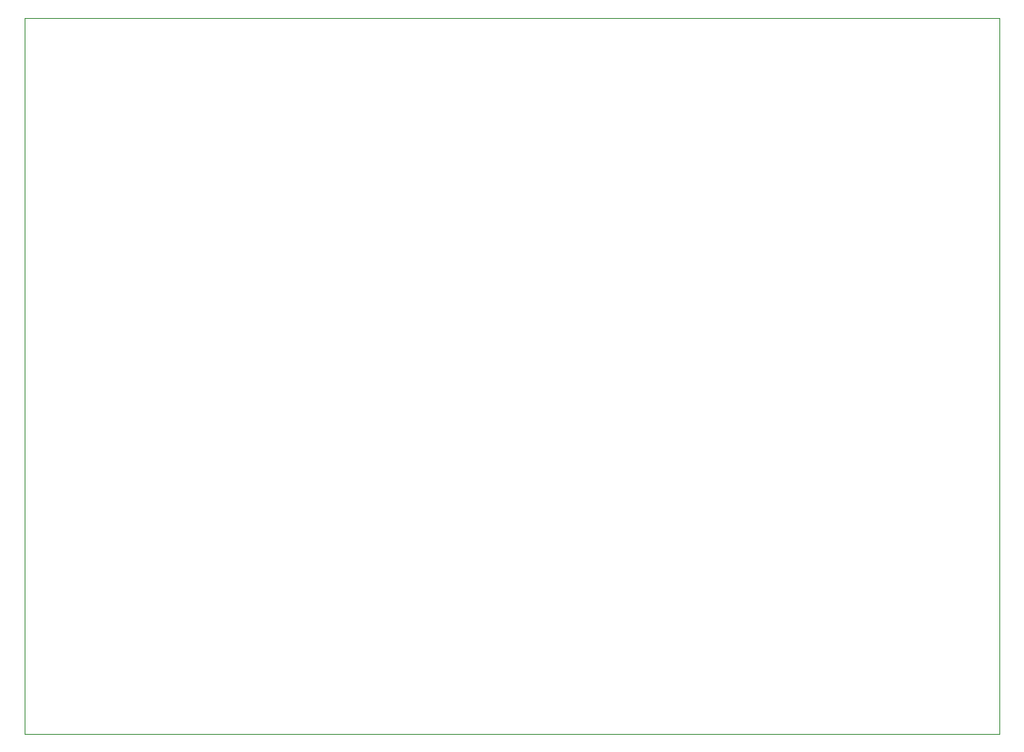
<source format=gbr>
%TF.GenerationSoftware,KiCad,Pcbnew,(5.1.9-0-10_14)*%
%TF.CreationDate,2021-07-06T01:07:33-04:00*%
%TF.ProjectId,ALU-181,414c552d-3138-4312-9e6b-696361645f70,rev?*%
%TF.SameCoordinates,Original*%
%TF.FileFunction,Profile,NP*%
%FSLAX46Y46*%
G04 Gerber Fmt 4.6, Leading zero omitted, Abs format (unit mm)*
G04 Created by KiCad (PCBNEW (5.1.9-0-10_14)) date 2021-07-06 01:07:33*
%MOMM*%
%LPD*%
G01*
G04 APERTURE LIST*
%TA.AperFunction,Profile*%
%ADD10C,0.050000*%
%TD*%
G04 APERTURE END LIST*
D10*
X93472000Y-4064000D02*
X96774000Y-4064000D01*
X93472000Y-77978000D02*
X93472000Y-4064000D01*
X194056000Y-77978000D02*
X93472000Y-77978000D01*
X194056000Y-4064000D02*
X194056000Y-77978000D01*
X96774000Y-4064000D02*
X194056000Y-4064000D01*
M02*

</source>
